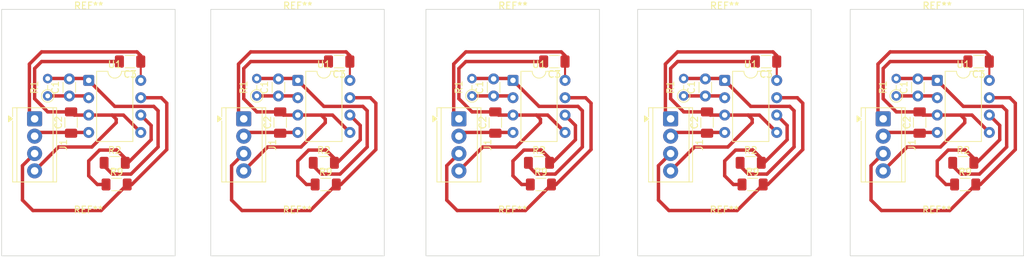
<source format=kicad_pcb>
(kicad_pcb (version 20241229) (generator "pcbnew") (generator_version "9.0")
  (layers (0 "F.Cu" signal) (2 "B.Cu" signal) (13 "F.Paste" user) (15 "B.Paste" user) (5 "F.SilkS" user "F.Silkscreen") (7 "B.SilkS" user "B.Silkscreen") (1 "F.Mask" user) (3 "B.Mask" user) (25 "Edge.Cuts" user))
  (net 0 "")
  (net 1 "Net-(U1A--)")
  (net 2 "Net-(C1-Pad2)")
  (net 3 "-9V")
  (net 4 "GND")
  (net 5 "+9V")
  (net 6 "Net-(J1-Pin_3)")
  (net 7 "Net-(U1B--)")
  (footprint "Resistor_THT:R_Axial_DIN0204_L3.6mm_D1.6mm_P2.54mm_Vertical" (layer "F.Cu") (at 214.637 90.01 90)
    (property "Reference" "R1" (at 1.27 -1.92 90) (layer "F.SilkS"))
    (property "Value" "1e+03")
    (pad "1" thru_hole circle (at 0 0 90) (size 1.4 1.4) (drill 0.7) (layers "*.Cu" "*.Mask") (net 1 "Net-(U1A--)"))
    (pad "2" thru_hole circle (at 2.54 0 90) (size 1.4 1.4) (drill 0.7) (layers "*.Cu" "*.Mask") (net 2 "Net-(C1-Pad2)"))
  )
  (footprint "Package_DIP:DIP-8_W7.62mm" (layer "F.Cu") (at 96.436 87.734)
    (property "Reference" "U1" (at 3.81 -2.33 0) (layer "F.SilkS"))
    (property "Value" "LMC6082")
    (pad "1" thru_hole roundrect (at 0 0) (size 1.6 1.6) (drill 0.8) (layers "*.Cu" "*.Mask") (roundrect_rratio 0.15625) (net 2 "Net-(C1-Pad2)"))
    (pad "2" thru_hole circle (at 0 2.54) (size 1.6 1.6) (drill 0.8) (layers "*.Cu" "*.Mask") (net 1 "Net-(U1A--)"))
    (pad "3" thru_hole circle (at 0 5.08) (size 1.6 1.6) (drill 0.8) (layers "*.Cu" "*.Mask") (net 4 "GND"))
    (pad "4" thru_hole circle (at 0 7.62) (size 1.6 1.6) (drill 0.8) (layers "*.Cu" "*.Mask") (net 3 "-9V"))
    (pad "5" thru_hole circle (at 7.62 7.62) (size 1.6 1.6) (drill 0.8) (layers "*.Cu" "*.Mask") (net 4 "GND"))
    (pad "6" thru_hole circle (at 7.62 5.08) (size 1.6 1.6) (drill 0.8) (layers "*.Cu" "*.Mask") (net 7 "Net-(U1B--)"))
    (pad "7" thru_hole circle (at 7.62 2.54) (size 1.6 1.6) (drill 0.8) (layers "*.Cu" "*.Mask") (net 6 "Net-(J1-Pin_3)"))
    (pad "8" thru_hole circle (at 7.62 0) (size 1.6 1.6) (drill 0.8) (layers "*.Cu" "*.Mask") (net 5 "+9V"))
  )
  (footprint "TerminalBlock_Phoenix:TerminalBlock_Phoenix_MPT-0,5-4-2.54_1x04_P2.54mm_Horizontal" (layer "F.Cu") (at 212.725 93.362 -90)
    (property "Reference" "J1" (at 3.81 -4.22 90) (layer "F.SilkS"))
    (property "Value" "Screw_Terminal_01x04")
    (pad "1" thru_hole roundrect (at 0 0 270) (size 2.2 2.2) (drill 1.1) (layers "*.Cu" "*.Mask") (roundrect_rratio 0.113636) (net 5 "+9V"))
    (pad "2" thru_hole circle (at 2.54 0 270) (size 2.2 2.2) (drill 1.1) (layers "*.Cu" "*.Mask") (net 3 "-9V"))
    (pad "3" thru_hole circle (at 5.08 0 270) (size 2.2 2.2) (drill 1.1) (layers "*.Cu" "*.Mask") (net 6 "Net-(J1-Pin_3)"))
    (pad "4" thru_hole circle (at 7.62 0 270) (size 2.2 2.2) (drill 1.1) (layers "*.Cu" "*.Mask") (net 4 "GND"))
  )
  (footprint "MountingHole:MountingHole_2.7mm" (layer "F.Cu") (at 158.496 110.236)
    (property "Reference" "REF**" (at 0 -3.556 0) (layer "F.SilkS"))
    (property "Value" "MountingHole_2.7mm")
    (pad "" np_thru_hole circle (at 0 0) (size 2.7 2.7) (drill 2.7) (layers "*.Cu" "*.Mask"))
  )
  (footprint "Capacitor_SMD:C_1206_3216Metric_Pad1.33x1.80mm_HandSolder" (layer "F.Cu") (at 186.944 93.9085 90)
    (property "Reference" "C2" (at 0 -1.85 90) (layer "F.SilkS"))
    (property "Value" "1e-03")
    (pad "1" smd roundrect (at -1.5625 0 90) (size 1.325 1.8) (layers "F.Cu" "F.Mask" "F.Paste") (roundrect_rratio 0.188679) (net 3 "-9V"))
    (pad "2" smd roundrect (at 1.5625 0 90) (size 1.325 1.8) (layers "F.Cu" "F.Mask" "F.Paste") (roundrect_rratio 0.188679) (net 4 "GND"))
  )
  (footprint "TerminalBlock_Phoenix:TerminalBlock_Phoenix_MPT-0,5-4-2.54_1x04_P2.54mm_Horizontal" (layer "F.Cu") (at 181.61 93.362 -90)
    (property "Reference" "J1" (at 3.81 -4.22 90) (layer "F.SilkS"))
    (property "Value" "Screw_Terminal_01x04")
    (pad "1" thru_hole roundrect (at 0 0 270) (size 2.2 2.2) (drill 1.1) (layers "*.Cu" "*.Mask") (roundrect_rratio 0.113636) (net 5 "+9V"))
    (pad "2" thru_hole circle (at 2.54 0 270) (size 2.2 2.2) (drill 1.1) (layers "*.Cu" "*.Mask") (net 3 "-9V"))
    (pad "3" thru_hole circle (at 5.08 0 270) (size 2.2 2.2) (drill 1.1) (layers "*.Cu" "*.Mask") (net 6 "Net-(J1-Pin_3)"))
    (pad "4" thru_hole circle (at 7.62 0 270) (size 2.2 2.2) (drill 1.1) (layers "*.Cu" "*.Mask") (net 4 "GND"))
  )
  (footprint "Capacitor_SMD:C_1206_3216Metric_Pad1.33x1.80mm_HandSolder" (layer "F.Cu") (at 124.46 93.9085 90)
    (property "Reference" "C2" (at 0 -1.85 90) (layer "F.SilkS"))
    (property "Value" "1e-03")
    (pad "1" smd roundrect (at -1.5625 0 90) (size 1.325 1.8) (layers "F.Cu" "F.Mask" "F.Paste") (roundrect_rratio 0.188679) (net 3 "-9V"))
    (pad "2" smd roundrect (at 1.5625 0 90) (size 1.325 1.8) (layers "F.Cu" "F.Mask" "F.Paste") (roundrect_rratio 0.188679) (net 4 "GND"))
  )
  (footprint "MountingHole:MountingHole_2.7mm" (layer "F.Cu") (at 189.522 80.518)
    (property "Reference" "REF**" (at 0 -3.7 0) (layer "F.SilkS"))
    (property "Value" "MountingHole_2.7mm" (hide yes))
    (pad "" np_thru_hole circle (at 0 0) (size 2.7 2.7) (drill 2.7) (layers "*.Cu" "*.Mask"))
  )
  (footprint "Resistor_THT:R_Axial_DIN0204_L3.6mm_D1.6mm_P2.54mm_Vertical" (layer "F.Cu") (at 183.522 90.01 90)
    (property "Reference" "R1" (at 1.27 -1.92 90) (layer "F.SilkS"))
    (property "Value" "1e+03")
    (pad "1" thru_hole circle (at 0 0 90) (size 1.4 1.4) (drill 0.7) (layers "*.Cu" "*.Mask") (net 1 "Net-(U1A--)"))
    (pad "2" thru_hole circle (at 2.54 0 90) (size 1.4 1.4) (drill 0.7) (layers "*.Cu" "*.Mask") (net 2 "Net-(C1-Pad2)"))
  )
  (footprint "Capacitor_SMD:C_1206_3216Metric_Pad1.33x1.80mm_HandSolder" (layer "F.Cu") (at 164.592 84.98 180)
    (property "Reference" "C3" (at 0 -1.85 0) (layer "F.SilkS"))
    (property "Value" "1e-03")
    (pad "1" smd roundrect (at -1.5625 0 180) (size 1.325 1.8) (layers "F.Cu" "F.Mask" "F.Paste") (roundrect_rratio 0.188679) (net 5 "+9V"))
    (pad "2" smd roundrect (at 1.5625 0 180) (size 1.325 1.8) (layers "F.Cu" "F.Mask" "F.Paste") (roundrect_rratio 0.188679) (net 4 "GND"))
  )
  (footprint "Resistor_SMD:R_1206_3216Metric_Pad1.30x1.75mm_HandSolder" (layer "F.Cu") (at 224.727 102.974)
    (property "Reference" "R9" (at 0 -1.83 0) (layer "F.SilkS"))
    (property "Value" "1e+03")
    (pad "1" smd roundrect (at -1.55 0) (size 1.3 1.75) (layers "F.Cu" "F.Mask" "F.Paste") (roundrect_rratio 0.192308) (net 7 "Net-(U1B--)"))
    (pad "2" smd roundrect (at 1.55 0) (size 1.3 1.75) (layers "F.Cu" "F.Mask" "F.Paste") (roundrect_rratio 0.192308) (net 6 "Net-(J1-Pin_3)"))
  )
  (footprint "Package_DIP:DIP-8_W7.62mm" (layer "F.Cu") (at 220.642 87.734)
    (property "Reference" "U1" (at 3.81 -2.33 0) (layer "F.SilkS"))
    (property "Value" "LMC6082")
    (pad "1" thru_hole roundrect (at 0 0) (size 1.6 1.6) (drill 0.8) (layers "*.Cu" "*.Mask") (roundrect_rratio 0.15625) (net 2 "Net-(C1-Pad2)"))
    (pad "2" thru_hole circle (at 0 2.54) (size 1.6 1.6) (drill 0.8) (layers "*.Cu" "*.Mask") (net 1 "Net-(U1A--)"))
    (pad "3" thru_hole circle (at 0 5.08) (size 1.6 1.6) (drill 0.8) (layers "*.Cu" "*.Mask") (net 4 "GND"))
    (pad "4" thru_hole circle (at 0 7.62) (size 1.6 1.6) (drill 0.8) (layers "*.Cu" "*.Mask") (net 3 "-9V"))
    (pad "5" thru_hole circle (at 7.62 7.62) (size 1.6 1.6) (drill 0.8) (layers "*.Cu" "*.Mask") (net 4 "GND"))
    (pad "6" thru_hole circle (at 7.62 5.08) (size 1.6 1.6) (drill 0.8) (layers "*.Cu" "*.Mask") (net 7 "Net-(U1B--)"))
    (pad "7" thru_hole circle (at 7.62 2.54) (size 1.6 1.6) (drill 0.8) (layers "*.Cu" "*.Mask") (net 6 "Net-(J1-Pin_3)"))
    (pad "8" thru_hole circle (at 7.62 0) (size 1.6 1.6) (drill 0.8) (layers "*.Cu" "*.Mask") (net 5 "+9V"))
  )
  (footprint "Capacitor_SMD:C_1206_3216Metric_Pad1.33x1.80mm_HandSolder" (layer "F.Cu") (at 226.695 84.98 180)
    (property "Reference" "C3" (at 0 -1.85 0) (layer "F.SilkS"))
    (property "Value" "1e-03")
    (pad "1" smd roundrect (at -1.5625 0 180) (size 1.325 1.8) (layers "F.Cu" "F.Mask" "F.Paste") (roundrect_rratio 0.188679) (net 5 "+9V"))
    (pad "2" smd roundrect (at 1.5625 0 180) (size 1.325 1.8) (layers "F.Cu" "F.Mask" "F.Paste") (roundrect_rratio 0.188679) (net 4 "GND"))
  )
  (footprint "Resistor_THT:R_Axial_DIN0204_L3.6mm_D1.6mm_P2.54mm_Vertical" (layer "F.Cu") (at 152.534 90.01 90)
    (property "Reference" "R1" (at 1.27 -1.92 90) (layer "F.SilkS"))
    (property "Value" "1e+03")
    (pad "1" thru_hole circle (at 0 0 90) (size 1.4 1.4) (drill 0.7) (layers "*.Cu" "*.Mask") (net 1 "Net-(U1A--)"))
    (pad "2" thru_hole circle (at 2.54 0 90) (size 1.4 1.4) (drill 0.7) (layers "*.Cu" "*.Mask") (net 2 "Net-(C1-Pad2)"))
  )
  (footprint "Package_DIP:DIP-8_W7.62mm" (layer "F.Cu") (at 127.043 87.734)
    (property "Reference" "U1" (at 3.81 -2.33 0) (layer "F.SilkS"))
    (property "Value" "LMC6082")
    (pad "1" thru_hole roundrect (at 0 0) (size 1.6 1.6) (drill 0.8) (layers "*.Cu" "*.Mask") (roundrect_rratio 0.15625) (net 2 "Net-(C1-Pad2)"))
    (pad "2" thru_hole circle (at 0 2.54) (size 1.6 1.6) (drill 0.8) (layers "*.Cu" "*.Mask") (net 1 "Net-(U1A--)"))
    (pad "3" thru_hole circle (at 0 5.08) (size 1.6 1.6) (drill 0.8) (layers "*.Cu" "*.Mask") (net 4 "GND"))
    (pad "4" thru_hole circle (at 0 7.62) (size 1.6 1.6) (drill 0.8) (layers "*.Cu" "*.Mask") (net 3 "-9V"))
    (pad "5" thru_hole circle (at 7.62 7.62) (size 1.6 1.6) (drill 0.8) (layers "*.Cu" "*.Mask") (net 4 "GND"))
    (pad "6" thru_hole circle (at 7.62 5.08) (size 1.6 1.6) (drill 0.8) (layers "*.Cu" "*.Mask") (net 7 "Net-(U1B--)"))
    (pad "7" thru_hole circle (at 7.62 2.54) (size 1.6 1.6) (drill 0.8) (layers "*.Cu" "*.Mask") (net 6 "Net-(J1-Pin_3)"))
    (pad "8" thru_hole circle (at 7.62 0) (size 1.6 1.6) (drill 0.8) (layers "*.Cu" "*.Mask") (net 5 "+9V"))
  )
  (footprint "Resistor_THT:R_Axial_DIN0204_L3.6mm_D1.6mm_P2.54mm_Vertical" (layer "F.Cu") (at 90.431 90.01 90)
    (property "Reference" "R1" (at 1.27 -1.92 90) (layer "F.SilkS"))
    (property "Value" "1e+03")
    (pad "1" thru_hole circle (at 0 0 90) (size 1.4 1.4) (drill 0.7) (layers "*.Cu" "*.Mask") (net 1 "Net-(U1A--)"))
    (pad "2" thru_hole circle (at 2.54 0 90) (size 1.4 1.4) (drill 0.7) (layers "*.Cu" "*.Mask") (net 2 "Net-(C1-Pad2)"))
  )
  (footprint "Resistor_SMD:R_1206_3216Metric_Pad1.30x1.75mm_HandSolder" (layer "F.Cu") (at 131.128 102.974)
    (property "Reference" "R9" (at 0 -1.83 0) (layer "F.SilkS"))
    (property "Value" "1e+03")
    (pad "1" smd roundrect (at -1.55 0) (size 1.3 1.75) (layers "F.Cu" "F.Mask" "F.Paste") (roundrect_rratio 0.192308) (net 7 "Net-(U1B--)"))
    (pad "2" smd roundrect (at 1.55 0) (size 1.3 1.75) (layers "F.Cu" "F.Mask" "F.Paste") (roundrect_rratio 0.192308) (net 6 "Net-(J1-Pin_3)"))
  )
  (footprint "MountingHole:MountingHole_2.7mm" (layer "F.Cu") (at 127 110.236)
    (property "Reference" "REF**" (at 0 -3.556 0) (layer "F.SilkS"))
    (property "Value" "MountingHole_2.7mm")
    (pad "" np_thru_hole circle (at 0 0) (size 2.7 2.7) (drill 2.7) (layers "*.Cu" "*.Mask"))
  )
  (footprint "Capacitor_SMD:C_1206_3216Metric_Pad1.33x1.80mm_HandSolder" (layer "F.Cu") (at 93.853 93.9085 90)
    (property "Reference" "C2" (at 0 -1.85 90) (layer "F.SilkS"))
    (property "Value" "1e-03")
    (pad "1" smd roundrect (at -1.5625 0 90) (size 1.325 1.8) (layers "F.Cu" "F.Mask" "F.Paste") (roundrect_rratio 0.188679) (net 3 "-9V"))
    (pad "2" smd roundrect (at 1.5625 0 90) (size 1.325 1.8) (layers "F.Cu" "F.Mask" "F.Paste") (roundrect_rratio 0.188679) (net 4 "GND"))
  )
  (footprint "Capacitor_THT:C_Disc_D3.0mm_W1.6mm_P2.50mm" (layer "F.Cu") (at 217.805 90.02 90)
    (property "Reference" "C1" (at 1.25 -2.05 90) (layer "F.SilkS"))
    (property "Value" "1e-03")
    (pad "1" thru_hole circle (at 0 0 90) (size 1.6 1.6) (drill 0.8) (layers "*.Cu" "*.Mask") (net 1 "Net-(U1A--)"))
    (pad "2" thru_hole circle (at 2.5 0 90) (size 1.6 1.6) (drill 0.8) (layers "*.Cu" "*.Mask") (net 2 "Net-(C1-Pad2)"))
  )
  (footprint "Capacitor_THT:C_Disc_D3.0mm_W1.6mm_P2.50mm" (layer "F.Cu") (at 155.702 90.02 90)
    (property "Reference" "C1" (at 1.25 -2.05 90) (layer "F.SilkS"))
    (property "Value" "1e-03")
    (pad "1" thru_hole circle (at 0 0 90) (size 1.6 1.6) (drill 0.8) (layers "*.Cu" "*.Mask") (net 1 "Net-(U1A--)"))
    (pad "2" thru_hole circle (at 2.5 0 90) (size 1.6 1.6) (drill 0.8) (layers "*.Cu" "*.Mask") (net 2 "Net-(C1-Pad2)"))
  )
  (footprint "Resistor_SMD:R_1206_3216Metric_Pad1.30x1.75mm_HandSolder" (layer "F.Cu") (at 224.447 99.799)
    (property "Reference" "R2" (at 0 -1.83 0) (layer "F.SilkS"))
    (property "Value" "1e+03")
    (pad "1" smd roundrect (at -1.55 0) (size 1.3 1.75) (layers "F.Cu" "F.Mask" "F.Paste") (roundrect_rratio 0.192308) (net 2 "Net-(C1-Pad2)"))
    (pad "2" smd roundrect (at 1.55 0) (size 1.3 1.75) (layers "F.Cu" "F.Mask" "F.Paste") (roundrect_rratio 0.192308) (net 7 "Net-(U1B--)"))
  )
  (footprint "Resistor_SMD:R_1206_3216Metric_Pad1.30x1.75mm_HandSolder" (layer "F.Cu") (at 130.848 99.799)
    (property "Reference" "R2" (at 0 -1.83 0) (layer "F.SilkS"))
    (property "Value" "1e+03")
    (pad "1" smd roundrect (at -1.55 0) (size 1.3 1.75) (layers "F.Cu" "F.Mask" "F.Paste") (roundrect_rratio 0.192308) (net 2 "Net-(C1-Pad2)"))
    (pad "2" smd roundrect (at 1.55 0) (size 1.3 1.75) (layers "F.Cu" "F.Mask" "F.Paste") (roundrect_rratio 0.192308) (net 7 "Net-(U1B--)"))
  )
  (footprint "Resistor_SMD:R_1206_3216Metric_Pad1.30x1.75mm_HandSolder" (layer "F.Cu") (at 100.241 99.799)
    (property "Reference" "R2" (at 0 -1.83 0) (layer "F.SilkS"))
    (property "Value" "1e+03")
    (pad "1" smd roundrect (at -1.55 0) (size 1.3 1.75) (layers "F.Cu" "F.Mask" "F.Paste") (roundrect_rratio 0.192308) (net 2 "Net-(C1-Pad2)"))
    (pad "2" smd roundrect (at 1.55 0) (size 1.3 1.75) (layers "F.Cu" "F.Mask" "F.Paste") (roundrect_rratio 0.192308) (net 7 "Net-(U1B--)"))
  )
  (footprint "Capacitor_SMD:C_1206_3216Metric_Pad1.33x1.80mm_HandSolder" (layer "F.Cu") (at 155.956 93.9085 90)
    (property "Reference" "C2" (at 0 -1.85 90) (layer "F.SilkS"))
    (property "Value" "1e-03")
    (pad "1" smd roundrect (at -1.5625 0 90) (size 1.325 1.8) (layers "F.Cu" "F.Mask" "F.Paste") (roundrect_rratio 0.188679) (net 3 "-9V"))
    (pad "2" smd roundrect (at 1.5625 0 90) (size 1.325 1.8) (layers "F.Cu" "F.Mask" "F.Paste") (roundrect_rratio 0.188679) (net 4 "GND"))
  )
  (footprint "Capacitor_SMD:C_1206_3216Metric_Pad1.33x1.80mm_HandSolder" (layer "F.Cu") (at 133.096 84.98 180)
    (property "Reference" "C3" (at 0 -1.85 0) (layer "F.SilkS"))
    (property "Value" "1e-03")
    (pad "1" smd roundrect (at -1.5625 0 180) (size 1.325 1.8) (layers "F.Cu" "F.Mask" "F.Paste") (roundrect_rratio 0.188679) (net 5 "+9V"))
    (pad "2" smd roundrect (at 1.5625 0 180) (size 1.325 1.8) (layers "F.Cu" "F.Mask" "F.Paste") (roundrect_rratio 0.188679) (net 4 "GND"))
  )
  (footprint "Resistor_SMD:R_1206_3216Metric_Pad1.30x1.75mm_HandSolder" (layer "F.Cu") (at 193.332 99.799)
    (property "Reference" "R2" (at 0 -1.83 0) (layer "F.SilkS"))
    (property "Value" "1e+03")
    (pad "1" smd roundrect (at -1.55 0) (size 1.3 1.75) (layers "F.Cu" "F.Mask" "F.Paste") (roundrect_rratio 0.192308) (net 2 "Net-(C1-Pad2)"))
    (pad "2" smd roundrect (at 1.55 0) (size 1.3 1.75) (layers "F.Cu" "F.Mask" "F.Paste") (roundrect_rratio 0.192308) (net 7 "Net-(U1B--)"))
  )
  (footprint "Capacitor_THT:C_Disc_D3.0mm_W1.6mm_P2.50mm" (layer "F.Cu") (at 186.69 90.02 90)
    (property "Reference" "C1" (at 1.25 -2.05 90) (layer "F.SilkS"))
    (property "Value" "1e-03")
    (pad "1" thru_hole circle (at 0 0 90) (size 1.6 1.6) (drill 0.8) (layers "*.Cu" "*.Mask") (net 1 "Net-(U1A--)"))
    (pad "2" thru_hole circle (at 2.5 0 90) (size 1.6 1.6) (drill 0.8) (layers "*.Cu" "*.Mask") (net 2 "Net-(C1-Pad2)"))
  )
  (footprint "Resistor_SMD:R_1206_3216Metric_Pad1.30x1.75mm_HandSolder" (layer "F.Cu") (at 100.521 102.974)
    (property "Reference" "R9" (at 0 -1.83 0) (layer "F.SilkS"))
    (property "Value" "1e+03")
    (pad "1" smd roundrect (at -1.55 0) (size 1.3 1.75) (layers "F.Cu" "F.Mask" "F.Paste") (roundrect_rratio 0.192308) (net 7 "Net-(U1B--)"))
    (pad "2" smd roundrect (at 1.55 0) (size 1.3 1.75) (layers "F.Cu" "F.Mask" "F.Paste") (roundrect_rratio 0.192308) (net 6 "Net-(J1-Pin_3)"))
  )
  (footprint "Resistor_SMD:R_1206_3216Metric_Pad1.30x1.75mm_HandSolder" (layer "F.Cu") (at 162.344 99.799)
    (property "Reference" "R2" (at 0 -1.83 0) (layer "F.SilkS"))
    (property "Value" "1e+03")
    (pad "1" smd roundrect (at -1.55 0) (size 1.3 1.75) (layers "F.Cu" "F.Mask" "F.Paste") (roundrect_rratio 0.192308) (net 2 "Net-(C1-Pad2)"))
    (pad "2" smd roundrect (at 1.55 0) (size 1.3 1.75) (layers "F.Cu" "F.Mask" "F.Paste") (roundrect_rratio 0.192308) (net 7 "Net-(U1B--)"))
  )
  (footprint "TerminalBlock_Phoenix:TerminalBlock_Phoenix_MPT-0,5-4-2.54_1x04_P2.54mm_Horizontal" (layer "F.Cu") (at 88.519 93.362 -90)
    (property "Reference" "J1" (at 3.81 -4.22 90) (layer "F.SilkS"))
    (property "Value" "Screw_Terminal_01x04")
    (pad "1" thru_hole roundrect (at 0 0 270) (size 2.2 2.2) (drill 1.1) (layers "*.Cu" "*.Mask") (roundrect_rratio 0.113636) (net 5 "+9V"))
    (pad "2" thru_hole circle (at 2.54 0 270) (size 2.2 2.2) (drill 1.1) (layers "*.Cu" "*.Mask") (net 3 "-9V"))
    (pad "3" thru_hole circle (at 5.08 0 270) (size 2.2 2.2) (drill 1.1) (layers "*.Cu" "*.Mask") (net 6 "Net-(J1-Pin_3)"))
    (pad "4" thru_hole circle (at 7.62 0 270) (size 2.2 2.2) (drill 1.1) (layers "*.Cu" "*.Mask") (net 4 "GND"))
  )
  (footprint "Resistor_SMD:R_1206_3216Metric_Pad1.30x1.75mm_HandSolder" (layer "F.Cu") (at 162.624 102.974)
    (property "Reference" "R9" (at 0 -1.83 0) (layer "F.SilkS"))
    (property "Value" "1e+03")
    (pad "1" smd roundrect (at -1.55 0) (size 1.3 1.75) (layers "F.Cu" "F.Mask" "F.Paste") (roundrect_rratio 0.192308) (net 7 "Net-(U1B--)"))
    (pad "2" smd roundrect (at 1.55 0) (size 1.3 1.75) (layers "F.Cu" "F.Mask" "F.Paste") (roundrect_rratio 0.192308) (net 6 "Net-(J1-Pin_3)"))
  )
  (footprint "Package_DIP:DIP-8_W7.62mm" (layer "F.Cu") (at 158.539 87.734)
    (property "Reference" "U1" (at 3.81 -2.33 0) (layer "F.SilkS"))
    (property "Value" "LMC6082")
    (pad "1" thru_hole roundrect (at 0 0) (size 1.6 1.6) (drill 0.8) (layers "*.Cu" "*.Mask") (roundrect_rratio 0.15625) (net 2 "Net-(C1-Pad2)"))
    (pad "2" thru_hole circle (at 0 2.54) (size 1.6 1.6) (drill 0.8) (layers "*.Cu" "*.Mask") (net 1 "Net-(U1A--)"))
    (pad "3" thru_hole circle (at 0 5.08) (size 1.6 1.6) (drill 0.8) (layers "*.Cu" "*.Mask") (net 4 "GND"))
    (pad "4" thru_hole circle (at 0 7.62) (size 1.6 1.6) (drill 0.8) (layers "*.Cu" "*.Mask") (net 3 "-9V"))
    (pad "5" thru_hole circle (at 7.62 7.62) (size 1.6 1.6) (drill 0.8) (layers "*.Cu" "*.Mask") (net 4 "GND"))
    (pad "6" thru_hole circle (at 7.62 5.08) (size 1.6 1.6) (drill 0.8) (layers "*.Cu" "*.Mask") (net 7 "Net-(U1B--)"))
    (pad "7" thru_hole circle (at 7.62 2.54) (size 1.6 1.6) (drill 0.8) (layers "*.Cu" "*.Mask") (net 6 "Net-(J1-Pin_3)"))
    (pad "8" thru_hole circle (at 7.62 0) (size 1.6 1.6) (drill 0.8) (layers "*.Cu" "*.Mask") (net 5 "+9V"))
  )
  (footprint "Capacitor_SMD:C_1206_3216Metric_Pad1.33x1.80mm_HandSolder" (layer "F.Cu") (at 218.059 93.9085 90)
    (property "Reference" "C2" (at 0 -1.85 90) (layer "F.SilkS"))
    (property "Value" "1e-03")
    (pad "1" smd roundrect (at -1.5625 0 90) (size 1.325 1.8) (layers "F.Cu" "F.Mask" "F.Paste") (roundrect_rratio 0.188679) (net 3 "-9V"))
    (pad "2" smd roundrect (at 1.5625 0 90) (size 1.325 1.8) (layers "F.Cu" "F.Mask" "F.Paste") (roundrect_rratio 0.188679) (net 4 "GND"))
  )
  (footprint "MountingHole:MountingHole_2.7mm" (layer "F.Cu") (at 96.393 110.236)
    (property "Reference" "REF**" (at 0 -3.556 0) (layer "F.SilkS"))
    (property "Value" "MountingHole_2.7mm")
    (pad "" np_thru_hole circle (at 0 0) (size 2.7 2.7) (drill 2.7) (layers "*.Cu" "*.Mask"))
  )
  (footprint "MountingHole:MountingHole_2.7mm" (layer "F.Cu") (at 158.534 80.518)
    (property "Reference" "REF**" (at 0 -3.7 0) (layer "F.SilkS"))
    (property "Value" "MountingHole_2.7mm" (hide yes))
    (pad "" np_thru_hole circle (at 0 0) (size 2.7 2.7) (drill 2.7) (layers "*.Cu" "*.Mask"))
  )
  (footprint "TerminalBlock_Phoenix:TerminalBlock_Phoenix_MPT-0,5-4-2.54_1x04_P2.54mm_Horizontal" (layer "F.Cu") (at 119.126 93.362 -90)
    (property "Reference" "J1" (at 3.81 -4.22 90) (layer "F.SilkS"))
    (property "Value" "Screw_Terminal_01x04")
    (pad "1" thru_hole roundrect (at 0 0 270) (size 2.2 2.2) (drill 1.1) (layers "*.Cu" "*.Mask") (roundrect_rratio 0.113636) (net 5 "+9V"))
    (pad "2" thru_hole circle (at 2.54 0 270) (size 2.2 2.2) (drill 1.1) (layers "*.Cu" "*.Mask") (net 3 "-9V"))
    (pad "3" thru_hole circle (at 5.08 0 270) (size 2.2 2.2) (drill 1.1) (layers "*.Cu" "*.Mask") (net 6 "Net-(J1-Pin_3)"))
    (pad "4" thru_hole circle (at 7.62 0 270) (size 2.2 2.2) (drill 1.1) (layers "*.Cu" "*.Mask") (net 4 "GND"))
  )
  (footprint "Capacitor_SMD:C_1206_3216Metric_Pad1.33x1.80mm_HandSolder" (layer "F.Cu") (at 102.489 84.98 180)
    (property "Reference" "C3" (at 0 -1.85 0) (layer "F.SilkS"))
    (property "Value" "1e-03")
    (pad "1" smd roundrect (at -1.5625 0 180) (size 1.325 1.8) (layers "F.Cu" "F.Mask" "F.Paste") (roundrect_rratio 0.188679) (net 5 "+9V"))
    (pad "2" smd roundrect (at 1.5625 0 180) (size 1.325 1.8) (layers "F.Cu" "F.Mask" "F.Paste") (roundrect_rratio 0.188679) (net 4 "GND"))
  )
  (footprint "MountingHole:MountingHole_2.7mm" (layer "F.Cu") (at 189.484 110.236)
    (property "Reference" "REF**" (at 0 -3.556 0) (layer "F.SilkS"))
    (property "Value" "MountingHole_2.7mm")
    (pad "" np_thru_hole circle (at 0 0) (size 2.7 2.7) (drill 2.7) (layers "*.Cu" "*.Mask"))
  )
  (footprint "MountingHole:MountingHole_2.7mm" (layer "F.Cu") (at 127.038 80.518)
    (property "Reference" "REF**" (at 0 -3.7 0) (layer "F.SilkS"))
    (property "Value" "MountingHole_2.7mm" (hide yes))
    (pad "" np_thru_hole circle (at 0 0) (size 2.7 2.7) (drill 2.7) (layers "*.Cu" "*.Mask"))
  )
  (footprint "TerminalBlock_Phoenix:TerminalBlock_Phoenix_MPT-0,5-4-2.54_1x04_P2.54mm_Horizontal" (layer "F.Cu") (at 150.622 93.362 -90)
    (property "Reference" "J1" (at 3.81 -4.22 90) (layer "F.SilkS"))
    (property "Value" "Screw_Terminal_01x04")
    (pad "1" thru_hole roundrect (at 0 0 270) (size 2.2 2.2) (drill 1.1) (layers "*.Cu" "*.Mask") (roundrect_rratio 0.113636) (net 5 "+9V"))
    (pad "2" thru_hole circle (at 2.54 0 270) (size 2.2 2.2) (drill 1.1) (layers "*.Cu" "*.Mask") (net 3 "-9V"))
    (pad "3" thru_hole circle (at 5.08 0 270) (size 2.2 2.2) (drill 1.1) (layers "*.Cu" "*.Mask") (net 6 "Net-(J1-Pin_3)"))
    (pad "4" thru_hole circle (at 7.62 0 270) (size 2.2 2.2) (drill 1.1) (layers "*.Cu" "*.Mask") (net 4 "GND"))
  )
  (footprint "MountingHole:MountingHole_2.7mm" (layer "F.Cu") (at 96.431 80.518)
    (property "Reference" "REF**" (at 0 -3.7 0) (layer "F.SilkS"))
    (property "Value" "MountingHole_2.7mm" (hide yes))
    (pad "" np_thru_hole circle (at 0 0) (size 2.7 2.7) (drill 2.7) (layers "*.Cu" "*.Mask"))
  )
  (footprint "Capacitor_SMD:C_1206_3216Metric_Pad1.33x1.80mm_HandSolder" (layer "F.Cu") (at 195.58 84.98 180)
    (property "Reference" "C3" (at 0 -1.85 0) (layer "F.SilkS"))
    (property "Value" "1e-03")
    (pad "1" smd roundrect (at -1.5625 0 180) (size 1.325 1.8) (layers "F.Cu" "F.Mask" "F.Paste") (roundrect_rratio 0.188679) (net 5 "+9V"))
    (pad "2" smd roundrect (at 1.5625 0 180) (size 1.325 1.8) (layers "F.Cu" "F.Mask" "F.Paste") (roundrect_rratio 0.188679) (net 4 "GND"))
  )
  (footprint "Capacitor_THT:C_Disc_D3.0mm_W1.6mm_P2.50mm" (layer "F.Cu") (at 93.599 90.02 90)
    (property "Reference" "C1" (at 1.25 -2.05 90) (layer "F.SilkS"))
    (property "Value" "1e-03")
    (pad "1" thru_hole circle (at 0 0 90) (size 1.6 1.6) (drill 0.8) (layers "*.Cu" "*.Mask") (net 1 "Net-(U1A--)"))
    (pad "2" thru_hole circle (at 2.5 0 90) (size 1.6 1.6) (drill 0.8) (layers "*.Cu" "*.Mask") (net 2 "Net-(C1-Pad2)"))
  )
  (footprint "MountingHole:MountingHole_2.7mm" (layer "F.Cu") (at 220.637 80.518)
    (property "Reference" "REF**" (at 0 -3.7 0) (layer "F.SilkS"))
    (property "Value" "MountingHole_2.7mm" (hide yes))
    (pad "" np_thru_hole circle (at 0 0) (size 2.7 2.7) (drill 2.7) (layers "*.Cu" "*.Mask"))
  )
  (footprint "Capacitor_THT:C_Disc_D3.0mm_W1.6mm_P2.50mm" (layer "F.Cu") (at 124.206 90.02 90)
    (property "Reference" "C1" (at 1.25 -2.05 90) (layer "F.SilkS"))
    (property "Value" "1e-03")
    (pad "1" thru_hole circle (at 0 0 90) (size 1.6 1.6) (drill 0.8) (layers "*.Cu" "*.Mask") (net 1 "Net-(U1A--)"))
    (pad "2" thru_hole circle (at 2.5 0 90) (size 1.6 1.6) (drill 0.8) (layers "*.Cu" "*.Mask") (net 2 "Net-(C1-Pad2)"))
  )
  (footprint "MountingHole:MountingHole_2.7mm" (layer "F.Cu") (at 220.599 110.236)
    (property "Reference" "REF**" (at 0 -3.556 0) (layer "F.SilkS"))
    (property "Value" "MountingHole_2.7mm")
    (pad "" np_thru_hole circle (at 0 0) (size 2.7 2.7) (drill 2.7) (layers "*.Cu" "*.Mask"))
  )
  (footprint "Resistor_THT:R_Axial_DIN0204_L3.6mm_D1.6mm_P2.54mm_Vertical" (layer "F.Cu") (at 121.038 90.01 90)
    (property "Reference" "R1" (at 1.27 -1.92 90) (layer "F.SilkS"))
    (property "Value" "1e+03")
    (pad "1" thru_hole circle (at 0 0 90) (size 1.4 1.4) (drill 0.7) (layers "*.Cu" "*.Mask") (net 1 "Net-(U1A--)"))
    (pad "2" thru_hole circle (at 2.54 0 90) (size 1.4 1.4) (drill 0.7) (layers "*.Cu" "*.Mask") (net 2 "Net-(C1-Pad2)"))
  )
  (footprint "Package_DIP:DIP-8_W7.62mm" (layer "F.Cu") (at 189.527 87.734)
    (property "Reference" "U1" (at 3.81 -2.33 0) (layer "F.SilkS"))
    (property "Value" "LMC6082")
    (pad "1" thru_hole roundrect (at 0 0) (size 1.6 1.6) (drill 0.8) (layers "*.Cu" "*.Mask") (roundrect_rratio 0.15625) (net 2 "Net-(C1-Pad2)"))
    (pad "2" thru_hole circle (at 0 2.54) (size 1.6 1.6) (drill 0.8) (layers "*.Cu" "*.Mask") (net 1 "Net-(U1A--)"))
    (pad "3" thru_hole circle (at 0 5.08) (size 1.6 1.6) (drill 0.8) (layers "*.Cu" "*.Mask") (net 4 "GND"))
    (pad "4" thru_hole circle (at 0 7.62) (size 1.6 1.6) (drill 0.8) (layers "*.Cu" "*.Mask") (net 3 "-9V"))
    (pad "5" thru_hole circle (at 7.62 7.62) (size 1.6 1.6) (drill 0.8) (layers "*.Cu" "*.Mask") (net 4 "GND"))
    (pad "6" thru_hole circle (at 7.62 5.08) (size 1.6 1.6) (drill 0.8) (layers "*.Cu" "*.Mask") (net 7 "Net-(U1B--)"))
    (pad "7" thru_hole circle (at 7.62 2.54) (size 1.6 1.6) (drill 0.8) (layers "*.Cu" "*.Mask") (net 6 "Net-(J1-Pin_3)"))
    (pad "8" thru_hole circle (at 7.62 0) (size 1.6 1.6) (drill 0.8) (layers "*.Cu" "*.Mask") (net 5 "+9V"))
  )
  (footprint "Resistor_SMD:R_1206_3216Metric_Pad1.30x1.75mm_HandSolder" (layer "F.Cu") (at 193.612 102.974)
    (property "Reference" "R9" (at 0 -1.83 0) (layer "F.SilkS"))
    (property "Value" "1e+03")
    (pad "1" smd roundrect (at -1.55 0) (size 1.3 1.75) (layers "F.Cu" "F.Mask" "F.Paste") (roundrect_rratio 0.192308) (net 7 "Net-(U1B--)"))
    (pad "2" smd roundrect (at 1.55 0) (size 1.3 1.75) (layers "F.Cu" "F.Mask" "F.Paste") (roundrect_rratio 0.192308) (net 6 "Net-(J1-Pin_3)"))
  )
  (gr_rect (start 176.784 77.343) (end 202.184 113.411) (stroke (width 0.1)) (fill no) (layer "Edge.Cuts"))
  (gr_rect (start 145.796 77.343) (end 171.196 113.411) (stroke (width 0.1)) (fill no) (layer "Edge.Cuts"))
  (gr_rect (start 114.3 77.343) (end 139.7 113.411) (stroke (width 0.1)) (fill no) (layer "Edge.Cuts"))
  (gr_rect (start 83.693 77.343) (end 109.093 113.411) (stroke (width 0.1)) (fill no) (layer "Edge.Cuts"))
  (gr_rect (start 207.899 77.343) (end 233.299 113.411) (stroke (width 0.1)) (fill no) (layer "Edge.Cuts"))
  (segment (start 158.275 90.01) (end 158.539 90.274) (width 0.5) (layer "F.Cu") (net 1))
  (segment (start 220.378 90.01) (end 220.642 90.274) (width 0.5) (layer "F.Cu") (net 1))
  (segment (start 214.637 90.01) (end 220.378 90.01) (width 0.5) (layer "F.Cu") (net 1))
  (segment (start 189.263 90.01) (end 189.527 90.274) (width 0.5) (layer "F.Cu") (net 1))
  (segment (start 90.431 90.01) (end 96.172 90.01) (width 0.5) (layer "F.Cu") (net 1))
  (segment (start 220.362 90.554) (end 220.642 90.274) (width 0.5) (layer "F.Cu") (net 1))
  (segment (start 121.038 90.01) (end 126.779 90.01) (width 0.5) (layer "F.Cu") (net 1))
  (segment (start 183.522 90.01) (end 189.263 90.01) (width 0.5) (layer "F.Cu") (net 1))
  (segment (start 152.534 90.01) (end 158.275 90.01) (width 0.5) (layer "F.Cu") (net 1))
  (segment (start 158.259 90.554) (end 158.539 90.274) (width 0.5) (layer "F.Cu") (net 1))
  (segment (start 126.763 90.554) (end 127.043 90.274) (width 0.5) (layer "F.Cu") (net 1))
  (segment (start 126.779 90.01) (end 127.043 90.274) (width 0.5) (layer "F.Cu") (net 1))
  (segment (start 189.247 90.554) (end 189.527 90.274) (width 0.5) (layer "F.Cu") (net 1))
  (segment (start 96.172 90.01) (end 96.436 90.274) (width 0.5) (layer "F.Cu") (net 1))
  (segment (start 96.156 90.554) (end 96.436 90.274) (width 0.5) (layer "F.Cu") (net 1))
  (segment (start 164.724514 101.45) (end 168.694 97.480514) (width 0.5) (layer "F.Cu") (net 2))
  (segment (start 162.349 91.544) (end 158.539 87.734) (width 0.5) (layer "F.Cu") (net 2))
  (segment (start 105.956 91.544) (end 100.246 91.544) (width 0.5) (layer "F.Cu") (net 2))
  (segment (start 222.897 99.799) (end 222.897 100.249) (width 0.5) (layer "F.Cu") (net 2))
  (segment (start 100.246 91.544) (end 96.436 87.734) (width 0.5) (layer "F.Cu") (net 2))
  (segment (start 152.184 87.454) (end 158.259 87.454) (width 0.5) (layer "F.Cu") (net 2))
  (segment (start 168.059 91.544) (end 162.349 91.544) (width 0.5) (layer "F.Cu") (net 2))
  (segment (start 102.621514 101.45) (end 106.591 97.480514) (width 0.5) (layer "F.Cu") (net 2))
  (segment (start 230.797 92.179) (end 230.162 91.544) (width 0.5) (layer "F.Cu") (net 2))
  (segment (start 191.782 99.799) (end 191.782 100.249) (width 0.5) (layer "F.Cu") (net 2))
  (segment (start 137.198 97.480514) (end 137.198 92.179) (width 0.5) (layer "F.Cu") (net 2))
  (segment (start 160.794 99.799) (end 160.794 100.249) (width 0.5) (layer "F.Cu") (net 2))
  (segment (start 90.081 87.454) (end 96.156 87.454) (width 0.5) (layer "F.Cu") (net 2))
  (segment (start 168.694 92.179) (end 168.059 91.544) (width 0.5) (layer "F.Cu") (net 2))
  (segment (start 195.712514 101.45) (end 199.682 97.480514) (width 0.5) (layer "F.Cu") (net 2))
  (segment (start 183.172 87.454) (end 189.247 87.454) (width 0.5) (layer "F.Cu") (net 2))
  (segment (start 120.688 87.454) (end 126.763 87.454) (width 0.5) (layer "F.Cu") (net 2))
  (segment (start 199.682 92.179) (end 199.047 91.544) (width 0.5) (layer "F.Cu") (net 2))
  (segment (start 226.827514 101.45) (end 230.797 97.480514) (width 0.5) (layer "F.Cu") (net 2))
  (segment (start 133.228514 101.45) (end 137.198 97.480514) (width 0.5) (layer "F.Cu") (net 2))
  (segment (start 224.098 101.45) (end 226.827514 101.45) (width 0.5) (layer "F.Cu") (net 2))
  (segment (start 161.995 101.45) (end 164.724514 101.45) (width 0.5) (layer "F.Cu") (net 2))
  (segment (start 192.983 101.45) (end 195.712514 101.45) (width 0.5) (layer "F.Cu") (net 2))
  (segment (start 199.682 97.480514) (end 199.682 92.179) (width 0.5) (layer "F.Cu") (net 2))
  (segment (start 220.362 87.454) (end 220.642 87.734) (width 0.5) (layer "F.Cu") (net 2))
  (segment (start 106.591 92.179) (end 105.956 91.544) (width 0.5) (layer "F.Cu") (net 2))
  (segment (start 98.691 99.799) (end 98.691 100.249) (width 0.5) (layer "F.Cu") (net 2))
  (segment (start 230.162 91.544) (end 224.452 91.544) (width 0.5) (layer "F.Cu") (net 2))
  (segment (start 224.452 91.544) (end 220.642 87.734) (width 0.5) (layer "F.Cu") (net 2))
  (segment (start 98.691 100.249) (end 99.892 101.45) (width 0.5) (layer "F.Cu") (net 2))
  (segment (start 99.892 101.45) (end 102.621514 101.45) (width 0.5) (layer "F.Cu") (net 2))
  (segment (start 106.591 97.480514) (end 106.591 92.179) (width 0.5) (layer "F.Cu") (net 2))
  (segment (start 189.247 87.454) (end 189.527 87.734) (width 0.5) (layer "F.Cu") (net 2))
  (segment (start 137.198 92.179) (end 136.563 91.544) (width 0.5) (layer "F.Cu") (net 2))
  (segment (start 130.499 101.45) (end 133.228514 101.45) (width 0.5) (layer "F.Cu") (net 2))
  (segment (start 168.694 97.480514) (end 168.694 92.179) (width 0.5) (layer "F.Cu") (net 2))
  (segment (start 126.763 87.454) (end 127.043 87.734) (width 0.5) (layer "F.Cu") (net 2))
  (segment (start 214.287 87.454) (end 220.362 87.454) (width 0.5) (layer "F.Cu") (net 2))
  (segment (start 130.853 91.544) (end 127.043 87.734) (width 0.5) (layer "F.Cu") (net 2))
  (segment (start 96.156 87.454) (end 96.436 87.734) (width 0.5) (layer "F.Cu") (net 2))
  (segment (start 129.298 100.249) (end 130.499 101.45) (width 0.5) (layer "F.Cu") (net 2))
  (segment (start 160.794 100.249) (end 161.995 101.45) (width 0.5) (layer "F.Cu") (net 2))
  (segment (start 222.897 100.249) (end 224.098 101.45) (width 0.5) (layer "F.Cu") (net 2))
  (segment (start 193.337 91.544) (end 189.527 87.734) (width 0.5) (layer "F.Cu") (net 2))
  (segment (start 191.782 100.249) (end 192.983 101.45) (width 0.5) (layer "F.Cu") (net 2))
  (segment (start 230.797 97.480514) (end 230.797 92.179) (width 0.5) (layer "F.Cu") (net 2))
  (segment (start 129.298 99.799) (end 129.298 100.249) (width 0.5) (layer "F.Cu") (net 2))
  (segment (start 158.259 87.454) (end 158.539 87.734) (width 0.5) (layer "F.Cu") (net 2))
  (segment (start 136.563 91.544) (end 130.853 91.544) (width 0.5) (layer "F.Cu") (net 2))
  (segment (start 199.047 91.544) (end 193.337 91.544) (width 0.5) (layer "F.Cu") (net 2))
  (segment (start 158.539 95.354) (end 151.17 95.354) (width 0.5) (layer "F.Cu") (net 3))
  (segment (start 213.273 95.354) (end 212.725 95.902) (width 0.3) (layer "F.Cu") (net 3))
  (segment (start 127.043 95.354) (end 119.674 95.354) (width 0.5) (layer "F.Cu") (net 3))
  (segment (start 96.436 95.354) (end 89.067 95.354) (width 0.5) (layer "F.Cu") (net 3))
  (segment (start 189.527 95.354) (end 182.158 95.354) (width 0.5) (layer "F.Cu") (net 3))
  (segment (start 182.158 95.354) (end 181.61 95.902) (width 0.3) (layer "F.Cu") (net 3))
  (segment (start 220.642 95.354) (end 213.273 95.354) (width 0.5) (layer "F.Cu") (net 3))
  (segment (start 151.17 95.354) (end 150.622 95.902) (width 0.3) (layer "F.Cu") (net 3))
  (segment (start 89.067 95.354) (end 88.519 95.902) (width 0.3) (layer "F.Cu") (net 3))
  (segment (start 119.674 95.354) (end 119.126 95.902) (width 0.3) (layer "F.Cu") (net 3))
  (segment (start 96.901 97.487) (end 100.457 93.931) (width 0.5) (layer "F.Cu") (net 4))
  (segment (start 96.436 92.814) (end 94.321 92.814) (width 0.5) (layer "F.Cu") (net 4))
  (segment (start 212.725 85.996) (end 213.741 84.98) (width 0.5) (layer "F.Cu") (net 4))
  (segment (start 220.642 92.814) (end 224.067 92.814) (width 0.5) (layer "F.Cu") (net 4))
  (segment (start 218.527 92.814) (end 218.059 92.346) (width 0.5) (layer "F.Cu") (net 4))
  (segment (start 224.067 92.814) (end 225.722 92.814) (width 0.5) (layer "F.Cu") (net 4))
  (segment (start 162.56 93.931) (end 162.56 93.41) (width 0.5) (layer "F.Cu") (net 4))
  (segment (start 88.519 90.424) (end 88.519 85.996) (width 0.5) (layer "F.Cu") (net 4))
  (segment (start 124.928 92.814) (end 124.46 92.346) (width 0.5) (layer "F.Cu") (net 4))
  (segment (start 119.126 90.424) (end 119.126 85.996) (width 0.5) (layer "F.Cu") (net 4))
  (segment (start 182.626 84.98) (end 194.0175 84.98) (width 0.5) (layer "F.Cu") (net 4))
  (segment (start 90.441 92.346) (end 88.519 90.424) (width 0.5) (layer "F.Cu") (net 4))
  (segment (start 100.457 93.41) (end 99.861 92.814) (width 0.5) (layer "F.Cu") (net 4))
  (segment (start 154.117 97.487) (end 159.004 97.487) (width 0.5) (layer "F.Cu") (net 4))
  (segment (start 218.059 92.346) (end 214.647 92.346) (width 0.5) (layer "F.Cu") (net 4))
  (segment (start 88.519 100.982) (end 92.014 97.487) (width 0.5) (layer "F.Cu") (net 4))
  (segment (start 183.532 92.346) (end 181.61 90.424) (width 0.5) (layer "F.Cu") (net 4))
  (segment (start 151.638 84.98) (end 163.0295 84.98) (width 0.5) (layer "F.Cu") (net 4))
  (segment (start 158.539 92.814) (end 156.424 92.814) (width 0.5) (layer "F.Cu") (net 4))
  (segment (start 158.539 92.814) (end 161.964 92.814) (width 0.5) (layer "F.Cu") (net 4))
  (segment (start 127.043 92.814) (end 130.468 92.814) (width 0.5) (layer "F.Cu") (net 4))
  (segment (start 119.126 85.996) (end 120.142 84.98) (width 0.5) (layer "F.Cu") (net 4))
  (segment (start 124.46 92.346) (end 121.048 92.346) (width 0.5) (layer "F.Cu") (net 4))
  (segment (start 119.126 100.982) (end 122.621 97.487) (width 0.5) (layer "F.Cu") (net 4))
  (segment (start 187.412 92.814) (end 186.944 92.346) (width 0.5) (layer "F.Cu") (net 4))
  (segment (start 189.527 92.814) (end 187.412 92.814) (width 0.5) (layer "F.Cu") (net 4))
  (segment (start 159.004 97.487) (end 162.56 93.931) (width 0.5) (layer "F.Cu") (net 4))
  (segment (start 161.964 92.814) (end 163.619 92.814) (width 0.5) (layer "F.Cu") (net 4))
  (segment (start 156.424 92.814) (end 155.956 92.346) (width 0.5) (layer "F.Cu") (net 4))
  (segment (start 224.663 93.41) (end 224.067 92.814) (width 0.5) (layer "F.Cu") (net 4))
  (segment (start 127.043 92.814) (end 124.928 92.814) (width 0.5) (layer "F.Cu") (net 4))
  (segment (start 120.142 84.98) (end 131.5335 84.98) (width 0.5) (layer "F.Cu") (net 4))
  (segment (start 216.22 97.487) (end 221.107 97.487) (width 0.5) (layer "F.Cu") (net 4))
  (segment (start 186.944 92.346) (end 183.532 92.346) (width 0.5) (layer "F.Cu") (net 4))
  (segment (start 213.741 84.98) (end 225.1325 84.98) (width 0.5) (layer "F.Cu") (net 4))
  (segment (start 189.527 92.814) (end 192.952 92.814) (width 0.5) (layer "F.Cu") (net 4))
  (segment (start 94.321 92.814) (end 93.853 92.346) (width 0.5) (layer "F.Cu") (net 4))
  (segment (start 185.105 97.487) (end 189.992 97.487) (width 0.5) (layer "F.Cu") (net 4))
  (segment (start 181.61 90.424) (end 181.61 85.996) (width 0.5) (layer "F.Cu") (net 4))
  (segment (start 212.725 90.424) (end 212.725 85.996) (width 0.5) (layer "F.Cu") (net 4))
  (segment (start 225.722 92.814) (end 228.262 95.354) (width 0.5) (layer "F.Cu") (net 4))
  (segment (start 93.853 92.346) (end 90.441 92.346) (width 0.5) (layer "F.Cu") (net 4))
  (segment (start 96.436 92.814) (end 99.861 92.814) (width 0.5) (layer "F.Cu") (net 4))
  (segment (start 162.56 93.41) (end 161.964 92.814) (width 0.5) (layer "F.Cu") (net 4))
  (segment (start 224.663 93.931) (end 224.663 93.41) (width 0.5) (layer "F.Cu") (net 4))
  (segment (start 131.064 93.41) (end 130.468 92.814) (width 0.5) (layer "F.Cu") (net 4))
  (segment (start 92.014 97.487) (end 96.901 97.487) (width 0.5) (layer "F.Cu") (net 4))
  (segment (start 214.647 92.346) (end 212.725 90.424) (width 0.5) (layer "F.Cu") (net 4))
  (segment (start 194.607 92.814) (end 197.147 95.354) (width 0.5) (layer "F.Cu") (net 4))
  (segment (start 212.725 100.982) (end 216.22 97.487) (width 0.5) (layer "F.Cu") (net 4))
  (segment (start 99.861 92.814) (end 101.516 92.814) (width 0.5) (layer "F.Cu") (net 4))
  (segment (start 152.544 92.346) (end 150.622 90.424) (width 0.5) (layer "F.Cu") (net 4))
  (segment (start 193.548 93.41) (end 192.952 92.814) (width 0.5) (layer "F.Cu") (net 4))
  (segment (start 192.952 92.814) (end 194.607 92.814) (width 0.5) (layer "F.Cu") (net 4))
  (segment (start 101.516 92.814) (end 104.056 95.354) (width 0.5) (layer "F.Cu") (net 4))
  (segment (start 122.621 97.487) (end 127.508 97.487) (width 0.5) (layer "F.Cu") (net 4))
  (segment (start 131.064 93.931) (end 131.064 93.41) (width 0.5) (layer "F.Cu") (net 4))
  (segment (start 100.457 93.931) (end 100.457 93.41) (width 0.5) (layer "F.Cu") (net 4))
  (segment (start 132.123 92.814) (end 134.663 95.354) (width 0.5) (layer "F.Cu") (net 4))
  (segment (start 150.622 85.996) (end 151.638 84.98) (width 0.5) (layer "F.Cu") (net 4))
  (segment (start 181.61 85.996) (end 182.626 84.98) (width 0.5) (layer "F.Cu") (net 4))
  (segment (start 89.535 84.98) (end 100.9265 84.98) (width 0.5) (layer "F.Cu") (net 4))
  (segment (start 221.107 97.487) (end 224.663 93.931) (width 0.5) (layer "F.Cu") (net 4))
  (segment (start 127.508 97.487) (end 131.064 93.931) (width 0.5) (layer "F.Cu") (net 4))
  (segment (start 189.992 97.487) (end 193.548 93.931) (width 0.5) (layer "F.Cu") (net 4))
  (segment (start 150.622 100.982) (end 154.117 97.487) (width 0.5) (layer "F.Cu") (net 4))
  (segment (start 193.548 93.931) (end 193.548 93.41) (width 0.5) (layer "F.Cu") (net 4))
  (segment (start 181.61 100.982) (end 185.105 97.487) (width 0.5) (layer "F.Cu") (net 4))
  (segment (start 220.642 92.814) (end 218.527 92.814) (width 0.5) (layer "F.Cu") (net 4))
  (segment (start 155.956 92.346) (end 152.544 92.346) (width 0.5) (layer "F.Cu") (net 4))
  (segment (start 121.048 92.346) (end 119.126 90.424) (width 0.5) (layer "F.Cu") (net 4))
  (segment (start 163.619 92.814) (end 166.159 95.354) (width 0.5) (layer "F.Cu") (net 4))
  (segment (start 88.519 85.996) (end 89.535 84.98) (width 0.5) (layer "F.Cu") (net 4))
  (segment (start 150.622 90.424) (end 150.622 85.996) (width 0.5) (layer "F.Cu") (net 4))
  (segment (start 130.468 92.814) (end 132.123 92.814) (width 0.5) (layer "F.Cu") (net 4))
  (segment (start 166.159 87.734) (end 166.159 85.0615) (width 0.3) (layer "F.Cu") (net 5))
  (segment (start 165.608 83.566) (end 166.1545 84.1125) (width 0.5) (layer "F.Cu") (net 5))
  (segment (start 118.364 92.6) (end 118.364 85.344) (width 0.5) (layer "F.Cu") (net 5))
  (segment (start 197.147 85.0615) (end 197.104 85.0185) (width 0.3) (layer "F.Cu") (net 5))
  (segment (start 211.963 92.6) (end 211.963 85.344) (width 0.5) (layer "F.Cu") (net 5))
  (segment (start 89.535 83.566) (end 103.505 83.566) (width 0.5) (layer "F.Cu") (net 5))
  (segment (start 228.2575 84.1125) (end 228.2575 84.98) (width 0.5) (layer "F.Cu") (net 5))
  (segment (start 134.6585 84.1125) (end 134.6585 84.98) (width 0.5) (layer "F.Cu") (net 5))
  (segment (start 118.364 85.344) (end 120.142 83.566) (width 0.5) (layer "F.Cu") (net 5))
  (segment (start 228.262 87.734) (end 228.262 85.0615) (width 0.3) (layer "F.Cu") (net 5))
  (segment (start 182.626 83.566) (end 196.596 83.566) (width 0.5) (layer "F.Cu") (net 5))
  (segment (start 149.86 92.6) (end 149.86 85.344) (width 0.5) (layer "F.Cu") (net 5))
  (segment (start 103.505 83.566) (end 104.0515 84.1125) (width 0.5) (layer "F.Cu") (net 5))
  (segment (start 180.848 85.344) (end 182.626 83.566) (width 0.5) (layer "F.Cu") (net 5))
  (segment (start 104.056 87.734) (end 104.056 85.0615) (width 0.3) (layer "F.Cu") (net 5))
  (segment (start 120.142 83.566) (end 134.112 83.566) (width 0.5) (layer "F.Cu") (net 5))
  (segment (start 181.61 93.362) (end 180.848 92.6) (width 0.5) (layer "F.Cu") (net 5))
  (segment (start 104.0515 84.1125) (end 104.0515 84.98) (width 0.5) (layer "F.Cu") (net 5))
  (segment (start 212.725 93.362) (end 211.963 92.6) (width 0.5) (layer "F.Cu") (net 5))
  (segment (start 196.596 83.566) (end 197.1425 84.1125) (width 0.5) (layer "F.Cu") (net 5))
  (segment (start 180.848 92.6) (end 180.848 85.344) (width 0.5) (layer "F.Cu") (net 5))
  (segment (start 104.056 85.0615) (end 104.013 85.0185) (width 0.3) (layer "F.Cu") (net 5))
  (segment (start 211.963 85.344) (end 213.741 83.566) (width 0.5) (layer "F.Cu") (net 5))
  (segment (start 151.638 83.566) (end 165.608 83.566) (width 0.5) (layer "F.Cu") (net 5))
  (segment (start 88.519 93.362) (end 87.757 92.6) (width 0.5) (layer "F.Cu") (net 5))
  (segment (start 166.159 85.0615) (end 166.116 85.0185) (width 0.3) (layer "F.Cu") (net 5))
  (segment (start 134.663 87.734) (end 134.663 85.0615) (width 0.3) (layer "F.Cu") (net 5))
  (segment (start 166.1545 84.1125) (end 166.1545 84.98) (width 0.5) (layer "F.Cu") (net 5))
  (segment (start 197.147 87.734) (end 197.147 85.0615) (width 0.3) (layer "F.Cu") (net 5))
  (segment (start 119.126 93.362) (end 118.364 92.6) (width 0.5) (layer "F.Cu") (net 5))
  (segment (start 134.112 83.566) (end 134.6585 84.1125) (width 0.5) (layer "F.Cu") (net 5))
  (segment (start 87.757 92.6) (end 87.757 85.344) (width 0.5) (layer "F.Cu") (net 5))
  (segment (start 87.757 85.344) (end 89.535 83.566) (width 0.5) (layer "F.Cu") (net 5))
  (segment (start 134.663 85.0615) (end 134.62 85.0185) (width 0.3) (layer "F.Cu") (net 5))
  (segment (start 228.262 85.0615) (end 228.219 85.0185) (width 0.3) (layer "F.Cu") (net 5))
  (segment (start 197.1425 84.1125) (end 197.1425 84.98) (width 0.5) (layer "F.Cu") (net 5))
  (segment (start 213.741 83.566) (end 227.711 83.566) (width 0.5) (layer "F.Cu") (net 5))
  (segment (start 227.711 83.566) (end 228.2575 84.1125) (width 0.5) (layer "F.Cu") (net 5))
  (segment (start 150.622 93.362) (end 149.86 92.6) (width 0.5) (layer "F.Cu") (net 5))
  (segment (start 149.86 85.344) (end 151.638 83.566) (width 0.5) (layer "F.Cu") (net 5))
  (segment (start 200.952 97.8565) (end 195.8345 102.974) (width 0.5) (layer "F.Cu") (net 6))
  (segment (start 148.844 100.22) (end 148.844 105.26) (width 0.5) (layer "F.Cu") (net 6))
  (segment (start 86.741 105.26) (end 88.265 106.784) (width 0.5) (layer "F.Cu") (net 6))
  (segment (start 160.364 106.784) (end 164.174 102.974) (width 0.5) (layer "F.Cu") (net 6))
  (segment (start 212.471 106.784) (end 222.467 106.784) (width 0.5) (layer "F.Cu") (net 6))
  (segment (start 104.056 90.274) (end 107.061 90.274) (width 0.5) (layer "F.Cu") (net 6))
  (segment (start 119.126 98.442) (end 117.348 100.22) (width 0.5) (layer "F.Cu") (net 6))
  (segment (start 134.663 90.274) (end 137.668 90.274) (width 0.5) (layer "F.Cu") (net 6))
  (segment (start 191.352 106.784) (end 195.162 102.974) (width 0.5) (layer "F.Cu") (net 6))
  (segment (start 169.964 91.076) (end 169.964 97.8565) (width 0.5) (layer "F.Cu") (net 6))
  (segment (start 226.9495 102.974) (end 226.277 102.974) (width 0.5) (layer "F.Cu") (net 6))
  (segment (start 118.872 106.784) (end 128.868 106.784) (width 0.5) (layer "F.Cu") (net 6))
  (segment (start 232.067 97.8565) (end 226.9495 102.974) (width 0.5) (layer "F.Cu") (net 6))
  (segment (start 169.164 90.274) (end 169.164 90.276) (width 0.5) (layer "F.Cu") (net 6))
  (segment (start 137.668 90.276) (end 138.468 91.076) (width 0.5) (layer "F.Cu") (net 6))
  (segment (start 166.159 90.274) (end 169.164 90.274) (width 0.5) (layer "F.Cu") (net 6))
  (segment (start 200.152 90.274) (end 200.152 90.276) (width 0.5) (layer "F.Cu") (net 6))
  (segment (start 169.164 90.276) (end 169.964 91.076) (width 0.5) (layer "F.Cu") (net 6))
  (segment (start 231.267 90.276) (end 232.067 91.076) (width 0.5) (layer "F.Cu") (net 6))
  (segment (start 117.348 100.22) (end 117.348 105.26) (width 0.5) (layer "F.Cu") (net 6))
  (segment (start 107.061 90.276) (end 107.861 91.076) (width 0.5) (layer "F.Cu") (net 6))
  (segment (start 164.8465 102.974) (end 164.174 102.974) (width 0.5) (layer "F.Cu") (net 6))
  (segment (start 197.147 90.274) (end 200.152 90.274) (width 0.5) (layer "F.Cu") (net 6))
  (segment (start 150.368 106.784) (end 160.364 106.784) (width 0.5) (layer "F.Cu") (net 6))
  (segment (start 212.725 98.442) (end 210.947 100.22) (width 0.5) (layer "F.Cu") (net 6))
  (segment (start 138.468 97.8565) (end 133.3505 102.974) (width 0.5) (layer "F.Cu") (net 6))
  (segment (start 117.348 105.26) (end 118.872 106.784) (width 0.5) (layer "F.Cu") (net 6))
  (segment (start 150.622 98.442) (end 148.844 100.22) (width 0.5) (layer "F.Cu") (net 6))
  (segment (start 200.152 90.276) (end 200.952 91.076) (width 0.5) (layer "F.Cu") (net 6))
  (segment (start 102.7435 102.974) (end 102.071 102.974) (width 0.5) (layer "F.Cu") (net 6))
  (segment (start 107.861 97.8565) (end 102.7435 102.974) (width 0.5) (layer "F.Cu") (net 6))
  (segment (start 200.952 91.076) (end 200.952 97.8565) (width 0.5) (layer "F.Cu") (net 6))
  (segment (start 88.519 98.442) (end 86.741 100.22) (width 0.5) (layer "F.Cu") (net 6))
  (segment (start 137.668 90.274) (end 137.668 90.276) (width 0.5) (layer "F.Cu") (net 6))
  (segment (start 232.067 91.076) (end 232.067 97.8565) (width 0.5) (layer "F.Cu") (net 6))
  (segment (start 133.3505 102.974) (end 132.678 102.974) (width 0.5) (layer "F.Cu") (net 6))
  (segment (start 128.868 106.784) (end 132.678 102.974) (width 0.5) (layer "F.Cu") (net 6))
  (segment (start 210.947 100.22) (end 210.947 105.26) (width 0.5) (layer "F.Cu") (net 6))
  (segment (start 88.265 106.784) (end 98.261 106.784) (width 0.5) (layer "F.Cu") (net 6))
  (segment (start 195.8345 102.974) (end 195.162 102.974) (width 0.5) (layer "F.Cu") (net 6))
  (segment (start 181.61 98.442) (end 179.832 100.22) (width 0.5) (layer "F.Cu") (net 6))
  (segment (start 86.741 100.22) (end 86.741 105.26) (width 0.5) (layer "F.Cu") (net 6))
  (segment (start 107.861 91.076) (end 107.861 97.8565) (width 0.5) (layer "F.Cu") (net 6))
  (segment (start 179.832 105.26) (end 181.356 106.784) (width 0.5) (layer "F.Cu") (net 6))
  (segment (start 98.261 106.784) (end 102.071 102.974) (width 0.5) (layer "F.Cu") (net 6))
  (segment (start 179.832 100.22) (end 179.832 105.26) (width 0.5) (layer "F.Cu") (net 6))
  (segment (start 231.267 90.274) (end 231.267 90.276) (width 0.5) (layer "F.Cu") (net 6))
  (segment (start 148.844 105.26) (end 150.368 106.784) (width 0.5) (layer "F.Cu") (net 6))
  (segment (start 138.468 91.076) (end 138.468 97.8565) (width 0.5) (layer "F.Cu") (net 6))
  (segment (start 181.356 106.784) (end 191.352 106.784) (width 0.5) (layer "F.Cu") (net 6))
  (segment (start 222.467 106.784) (end 226.277 102.974) (width 0.5) (layer "F.Cu") (net 6))
  (segment (start 169.964 97.8565) (end 164.8465 102.974) (width 0.5) (layer "F.Cu") (net 6))
  (segment (start 228.262 90.274) (end 231.267 90.274) (width 0.5) (layer "F.Cu") (net 6))
  (segment (start 210.947 105.26) (end 212.471 106.784) (width 0.5) (layer "F.Cu") (net 6))
  (segment (start 107.061 90.274) (end 107.061 90.276) (width 0.5) (layer "F.Cu") (net 6))
  (segment (start 190.792 102.974) (end 192.062 102.974) (width 0.5) (layer "F.Cu") (net 7))
  (segment (start 127.038 101.704) (end 128.308 102.974) (width 0.5) (layer "F.Cu") (net 7))
  (segment (start 132.806 99.799) (end 136.182 96.423) (width 0.5) (layer "F.Cu") (net 7))
  (segment (start 132.398 99.799) (end 132.806 99.799) (width 0.5) (layer "F.Cu") (net 7))
  (segment (start 191.114 97.938) (end 189.522 99.53) (width 0.5) (layer "F.Cu") (net 7))
  (segment (start 167.678 94.333) (end 166.159 92.814) (width 0.5) (layer "F.Cu") (net 7))
  (segment (start 195.29 99.799) (end 198.666 96.423) (width 0.5) (layer "F.Cu") (net 7))
  (segment (start 101.791 99.799) (end 102.199 99.799) (width 0.5) (layer "F.Cu") (net 7))
  (segment (start 158.534 99.53) (end 158.534 101.704) (width 0.5) (layer "F.Cu") (net 7))
  (segment (start 163.894 99.799) (end 164.302 99.799) (width 0.5) (layer "F.Cu") (net 7))
  (segment (start 220.637 99.53) (end 220.637 101.704) (width 0.5) (layer "F.Cu") (net 7))
  (segment (start 193.612 97.894) (end 194.882 99.164) (width 0.5) (layer "F.Cu") (net 7))
  (segment (start 198.666 96.423) (end 198.666 94.333) (width 0.5) (layer "F.Cu") (net 7))
  (segment (start 128.63 97.938) (end 127.038 99.53) (width 0.5) (layer "F.Cu") (net 7))
  (segment (start 97.701 102.974) (end 98.971 102.974) (width 0.5) (layer "F.Cu") (net 7))
  (segment (start 225.997 99.799) (end 226.405 99.799) (width 0.5) (layer "F.Cu") (net 7))
  (segment (start 198.666 94.333) (end 197.147 92.814) (width 0.5) (layer "F.Cu") (net 7))
  (segment (start 105.575 94.333) (end 104.056 92.814) (width 0.5) (layer "F.Cu") (net 7))
  (segment (start 194.882 99.799) (end 195.29 99.799) (width 0.5) (layer "F.Cu") (net 7))
  (segment (start 189.522 101.704) (end 190.792 102.974) (width 0.5) (layer "F.Cu") (net 7))
  (segment (start 160.126 97.938) (end 158.534 99.53) (width 0.5) (layer "F.Cu") (net 7))
  (segment (start 105.575 96.423) (end 105.575 94.333) (width 0.5) (layer "F.Cu") (net 7))
  (segment (start 128.308 102.974) (end 129.578 102.974) (width 0.5) (layer "F.Cu") (net 7))
  (segment (start 102.199 99.799) (end 105.575 96.423) (width 0.5) (layer "F.Cu") (net 7))
  (segment (start 131.172 97.938) (end 128.63 97.938) (width 0.5) (layer "F.Cu") (net 7))
  (segment (start 189.522 99.53) (end 189.522 101.704) (width 0.5) (layer "F.Cu") (net 7))
  (segment (start 98.023 97.938) (end 96.431 99.53) (width 0.5) (layer "F.Cu") (net 7))
  (segment (start 224.727 97.894) (end 225.997 99.164) (width 0.5) (layer "F.Cu") (net 7))
  (segment (start 224.771 97.938) (end 222.229 97.938) (width 0.5) (layer "F.Cu") (net 7))
  (segment (start 221.907 102.974) (end 223.177 102.974) (width 0.5) (layer "F.Cu") (net 7))
  (segment (start 229.781 94.333) (end 228.262 92.814) (width 0.5) (layer "F.Cu") (net 7))
  (segment (start 162.668 97.938) (end 160.126 97.938) (width 0.5) (layer "F.Cu") (net 7))
  (segment (start 193.656 97.938) (end 191.114 97.938) (width 0.5) (layer "F.Cu") (net 7))
  (segment (start 163.894 99.164) (end 162.668 97.938) (width 0.5) (layer "F.Cu") (net 7))
  (segment (start 222.229 97.938) (end 220.637 99.53) (width 0.5) (layer "F.Cu") (net 7))
  (segment (start 100.565 97.938) (end 98.023 97.938) (width 0.5) (layer "F.Cu") (net 7))
  (segment (start 136.182 96.423) (end 136.182 94.333) (width 0.5) (layer "F.Cu") (net 7))
  (segment (start 136.182 94.333) (end 134.663 92.814) (width 0.5) (layer "F.Cu") (net 7))
  (segment (start 131.128 97.894) (end 132.398 99.164) (width 0.5) (layer "F.Cu") (net 7))
  (segment (start 132.398 99.164) (end 131.172 97.938) (width 0.5) (layer "F.Cu") (net 7))
  (segment (start 96.431 101.704) (end 97.701 102.974) (width 0.5) (layer "F.Cu") (net 7))
  (segment (start 226.405 99.799) (end 229.781 96.423) (width 0.5) (layer "F.Cu") (net 7))
  (segment (start 158.534 101.704) (end 159.804 102.974) (width 0.5) (layer "F.Cu") (net 7))
  (segment (start 225.997 99.164) (end 224.771 97.938) (width 0.5) (layer "F.Cu") (net 7))
  (segment (start 162.624 97.894) (end 163.894 99.164) (width 0.5) (layer "F.Cu") (net 7))
  (segment (start 159.804 102.974) (end 161.074 102.974) (width 0.5) (layer "F.Cu") (net 7))
  (segment (start 100.521 97.894) (end 101.791 99.164) (width 0.5) (layer "F.Cu") (net 7))
  (segment (start 164.302 99.799) (end 167.678 96.423) (width 0.5) (layer "F.Cu") (net 7))
  (segment (start 101.791 99.164) (end 100.565 97.938) (width 0.5) (layer "F.Cu") (net 7))
  (segment (start 167.678 96.423) (end 167.678 94.333) (width 0.5) (layer "F.Cu") (net 7))
  (segment (start 96.431 99.53) (end 96.431 101.704) (width 0.5) (layer "F.Cu") (net 7))
  (segment (start 229.781 96.423) (end 229.781 94.333) (width 0.5) (layer "F.Cu") (net 7))
  (segment (start 194.882 99.164) (end 193.656 97.938) (width 0.5) (layer "F.Cu") (net 7))
  (segment (start 220.637 101.704) (end 221.907 102.974) (width 0.5) (layer "F.Cu") (net 7))
  (segment (start 127.038 99.53) (end 127.038 101.704) (width 0.5) (layer "F.Cu") (net 7))
)
</source>
